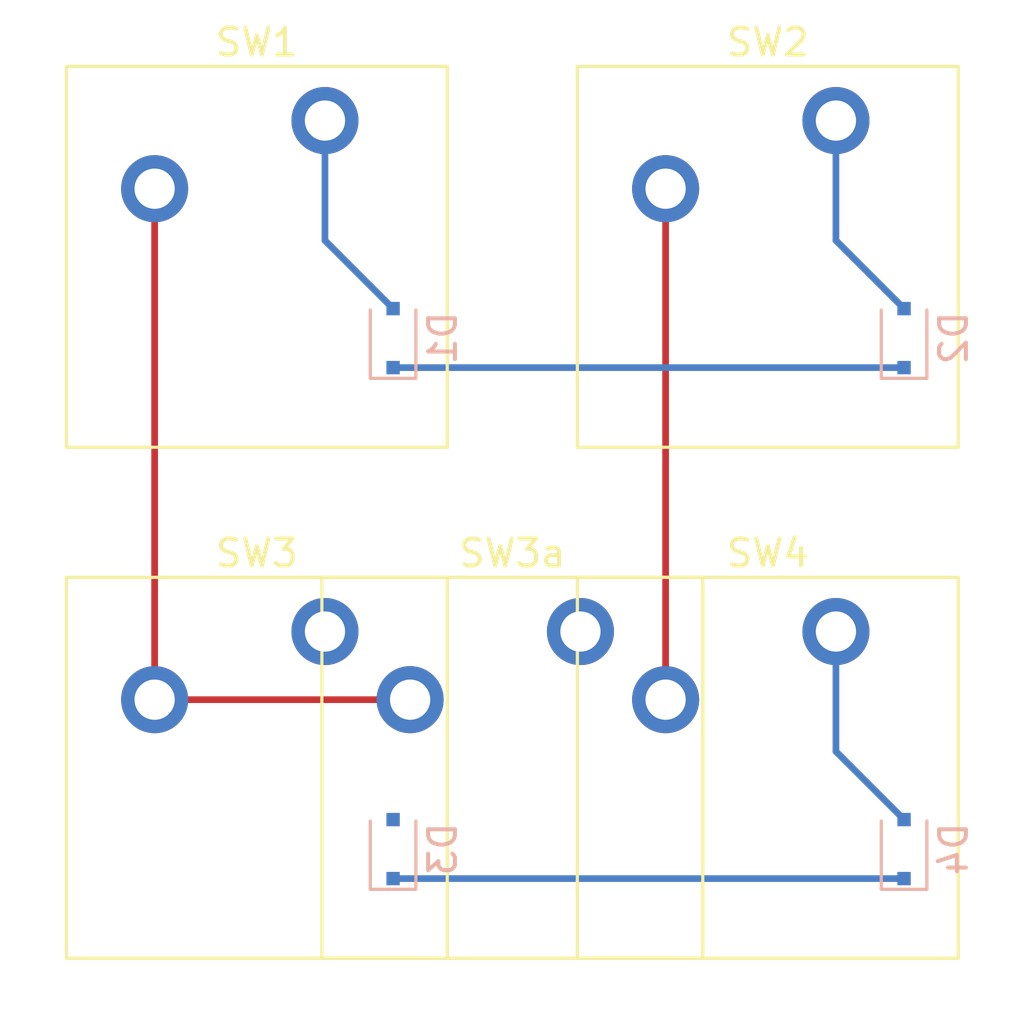
<source format=kicad_pcb>
(kicad_pcb (version 20211014) (generator pcbnew)
  (layers (0 "F.Cu" signal) (31 "B.Cu" signal) (34 "B.Paste" user) (35 "F.Paste" user) (36 "B.SilkS" user "B.Silkscreen") (37 "F.SilkS" user "F.Silkscreen") (38 "B.Mask" user) (39 "F.Mask" user) (44 "Edge.Cuts" user))
  (net 0 "")
  (net 1 "ROW0")
  (net 2 "N$1")
  (net 3 "N$2")
  (net 4 "ROW1")
  (net 5 "N$3")
  (net 6 "N$4")
  (net 7 "COL0")
  (net 8 "COL1")
  (footprint "examples:SW_Cherry_MX_PCB_1.00u" (layer "F.Cu") (at 38.1 38.1)
    (fp_text reference "SW1" (at 0 -8) (layer "F.SilkS"))
    (fp_text value "SW_Push")
    (fp_line (start -7.1 -7.1) (end -7.1 7.1) (layer "F.SilkS") (width 0.12))
    (fp_line (start 7.1 7.1) (end 7.1 -7.1) (layer "F.SilkS") (width 0.12))
    (fp_line (start 7.1 -7.1) (end -7.1 -7.1) (layer "F.SilkS") (width 0.12))
    (fp_line (start -7.1 7.1) (end 7.1 7.1) (layer "F.SilkS") (width 0.12))
    (pad "" np_thru_hole circle locked (at 0 0) (size 4 4) (drill 4) (layers *.Cu *.Mask))
    (pad "" np_thru_hole circle locked (at -5.08 0) (size 1.75 1.75) (drill 1.75) (layers *.Cu *.Mask))
    (pad "" np_thru_hole circle locked (at 5.08 0) (size 1.75 1.75) (drill 1.75) (layers *.Cu *.Mask))
    (pad "1" thru_hole circle locked (at -3.81 -2.54) (size 2.5 2.5) (drill 1.5) (layers *.Cu "B.Mask") (net 7 "COL0"))
    (pad "2" thru_hole circle locked (at 2.54 -5.08) (size 2.5 2.5) (drill 1.5) (layers *.Cu "B.Mask") (net 2 "N$1"))
  )
  (footprint "examples:SW_Cherry_MX_PCB_1.00u" (layer "F.Cu") (at 57.15 38.1)
    (fp_text reference "SW2" (at 0 -8) (layer "F.SilkS"))
    (fp_text value "SW_Push")
    (fp_line (start -7.1 -7.1) (end -7.1 7.1) (layer "F.SilkS") (width 0.12))
    (fp_line (start 7.1 -7.1) (end -7.1 -7.1) (layer "F.SilkS") (width 0.12))
    (fp_line (start -7.1 7.1) (end 7.1 7.1) (layer "F.SilkS") (width 0.12))
    (fp_line (start 7.1 7.1) (end 7.1 -7.1) (layer "F.SilkS") (width 0.12))
    (pad "" np_thru_hole circle locked (at -5.08 0) (size 1.75 1.75) (drill 1.75) (layers *.Cu *.Mask))
    (pad "" np_thru_hole circle locked (at 5.08 0) (size 1.75 1.75) (drill 1.75) (layers *.Cu *.Mask))
    (pad "" np_thru_hole circle locked (at 0 0) (size 4 4) (drill 4) (layers *.Cu *.Mask))
    (pad "1" thru_hole circle locked (at -3.81 -2.54) (size 2.5 2.5) (drill 1.5) (layers *.Cu "B.Mask") (net 8 "COL1"))
    (pad "2" thru_hole circle locked (at 2.54 -5.08) (size 2.5 2.5) (drill 1.5) (layers *.Cu "B.Mask") (net 3 "N$2"))
  )
  (footprint "examples:SW_Cherry_MX_PCB_1.00u" (layer "F.Cu") (at 38.1 57.15)
    (fp_text reference "SW3" (at 0 -8) (layer "F.SilkS"))
    (fp_text value "SW_Push")
    (fp_line (start 7.1 7.1) (end 7.1 -7.1) (layer "F.SilkS") (width 0.12))
    (fp_line (start -7.1 -7.1) (end -7.1 7.1) (layer "F.SilkS") (width 0.12))
    (fp_line (start 7.1 -7.1) (end -7.1 -7.1) (layer "F.SilkS") (width 0.12))
    (fp_line (start -7.1 7.1) (end 7.1 7.1) (layer "F.SilkS") (width 0.12))
    (pad "" np_thru_hole circle locked (at 0 0) (size 4 4) (drill 4) (layers *.Cu *.Mask))
    (pad "" np_thru_hole circle locked (at -5.08 0) (size 1.75 1.75) (drill 1.75) (layers *.Cu *.Mask))
    (pad "" np_thru_hole circle locked (at 5.08 0) (size 1.75 1.75) (drill 1.75) (layers *.Cu *.Mask))
    (pad "1" thru_hole circle locked (at -3.81 -2.54) (size 2.5 2.5) (drill 1.5) (layers *.Cu "B.Mask") (net 7 "COL0"))
    (pad "2" thru_hole circle locked (at 2.54 -5.08) (size 2.5 2.5) (drill 1.5) (layers *.Cu "B.Mask") (net 5 "N$3"))
  )
  (footprint "examples:SW_Cherry_MX_PCB_1.00u" (layer "F.Cu") (at 57.15 57.15)
    (fp_text reference "SW4" (at 0 -8) (layer "F.SilkS"))
    (fp_text value "SW_Push")
    (fp_line (start 7.1 -7.1) (end -7.1 -7.1) (layer "F.SilkS") (width 0.12))
    (fp_line (start 7.1 7.1) (end 7.1 -7.1) (layer "F.SilkS") (width 0.12))
    (fp_line (start -7.1 7.1) (end 7.1 7.1) (layer "F.SilkS") (width 0.12))
    (fp_line (start -7.1 -7.1) (end -7.1 7.1) (layer "F.SilkS") (width 0.12))
    (pad "" np_thru_hole circle locked (at -5.08 0) (size 1.75 1.75) (drill 1.75) (layers *.Cu *.Mask))
    (pad "" np_thru_hole circle locked (at 5.08 0) (size 1.75 1.75) (drill 1.75) (layers *.Cu *.Mask))
    (pad "" np_thru_hole circle locked (at 0 0) (size 4 4) (drill 4) (layers *.Cu *.Mask))
    (pad "1" thru_hole circle locked (at -3.81 -2.54) (size 2.5 2.5) (drill 1.5) (layers *.Cu "B.Mask") (net 8 "COL1"))
    (pad "2" thru_hole circle locked (at 2.54 -5.08) (size 2.5 2.5) (drill 1.5) (layers *.Cu "B.Mask") (net 6 "N$4"))
  )
  (footprint "examples:SW_Cherry_MX_PCB_1.00u" (layer "F.Cu") (at 47.625 57.15)
    (fp_text reference "SW3a" (at 0 -8) (layer "F.SilkS"))
    (fp_text value "SW_Push")
    (fp_line (start 7.1 7.1) (end 7.1 -7.1) (layer "F.SilkS") (width 0.12))
    (fp_line (start 7.1 -7.1) (end -7.1 -7.1) (layer "F.SilkS") (width 0.12))
    (fp_line (start -7.1 7.1) (end 7.1 7.1) (layer "F.SilkS") (width 0.12))
    (fp_line (start -7.1 -7.1) (end -7.1 7.1) (layer "F.SilkS") (width 0.12))
    (pad "" np_thru_hole circle locked (at -5.08 0) (size 1.75 1.75) (drill 1.75) (layers *.Cu *.Mask))
    (pad "" np_thru_hole circle locked (at 0 0) (size 4 4) (drill 4) (layers *.Cu *.Mask))
    (pad "" np_thru_hole circle locked (at 5.08 0) (size 1.75 1.75) (drill 1.75) (layers *.Cu *.Mask))
    (pad "1" thru_hole circle locked (at -3.81 -2.54) (size 2.5 2.5) (drill 1.5) (layers *.Cu "B.Mask") (net 7 "COL0"))
    (pad "2" thru_hole circle locked (at 2.54 -5.08) (size 2.5 2.5) (drill 1.5) (layers *.Cu "B.Mask") (net 5 "N$3"))
  )
  (footprint "Diode_SMD:D_SOD-323F" (layer "B.Cu") (at 43.18 41.13 90)
    (fp_text reference "D1" (at 0 1.85 270) (layer "B.SilkS") (effects (justify mirror)))
    (fp_text value "D")
    (fp_line (start -1.5 0.85) (end -1.5 -0.85) (layer "B.SilkS") (width 0.12))
    (fp_line (start -1.5 0.85) (end 1.05 0.85) (layer "B.SilkS") (width 0.12))
    (fp_line (start -1.5 -0.85) (end 1.05 -0.85) (layer "B.SilkS") (width 0.12))
    (pad "1" smd rect locked (at -1.1 0 90) (size 0.5 0.5) (layers "B.Cu" "B.Paste" "B.Mask") (net 1 "ROW0"))
    (pad "2" smd rect locked (at 1.1 0 90) (size 0.5 0.5) (layers "B.Cu" "B.Paste" "B.Mask") (net 2 "N$1"))
  )
  (footprint "Diode_SMD:D_SOD-323F" (layer "B.Cu") (at 62.23 41.13 90)
    (fp_text reference "D2" (at 0 1.85 270) (layer "B.SilkS") (effects (justify mirror)))
    (fp_text value "D")
    (fp_line (start -1.5 0.85) (end 1.05 0.85) (layer "B.SilkS") (width 0.12))
    (fp_line (start -1.5 -0.85) (end 1.05 -0.85) (layer "B.SilkS") (width 0.12))
    (fp_line (start -1.5 0.85) (end -1.5 -0.85) (layer "B.SilkS") (width 0.12))
    (pad "1" smd rect locked (at -1.1 0 90) (size 0.5 0.5) (layers "B.Cu" "B.Paste" "B.Mask") (net 1 "ROW0"))
    (pad "2" smd rect locked (at 1.1 0 90) (size 0.5 0.5) (layers "B.Cu" "B.Paste" "B.Mask") (net 3 "N$2"))
  )
  (footprint "Diode_SMD:D_SOD-323F" (layer "B.Cu") (at 43.18 60.18 90)
    (fp_text reference "D3" (at 0 1.85 270) (layer "B.SilkS") (effects (justify mirror)))
    (fp_text value "D")
    (fp_line (start -1.5 0.85) (end 1.05 0.85) (layer "B.SilkS") (width 0.12))
    (fp_line (start -1.5 0.85) (end -1.5 -0.85) (layer "B.SilkS") (width 0.12))
    (fp_line (start -1.5 -0.85) (end 1.05 -0.85) (layer "B.SilkS") (width 0.12))
    (pad "1" smd rect locked (at -1.1 0 90) (size 0.5 0.5) (layers "B.Cu" "B.Paste" "B.Mask") (net 4 "ROW1"))
    (pad "2" smd rect locked (at 1.1 0 90) (size 0.5 0.5) (layers "B.Cu" "B.Paste" "B.Mask") (net 5 "N$3"))
  )
  (footprint "Diode_SMD:D_SOD-323F" (layer "B.Cu") (at 62.23 60.18 90)
    (fp_text reference "D4" (at 0 1.85 270) (layer "B.SilkS") (effects (justify mirror)))
    (fp_text value "D")
    (fp_line (start -1.5 -0.85) (end 1.05 -0.85) (layer "B.SilkS") (width 0.12))
    (fp_line (start -1.5 0.85) (end 1.05 0.85) (layer "B.SilkS") (width 0.12))
    (fp_line (start -1.5 0.85) (end -1.5 -0.85) (layer "B.SilkS") (width 0.12))
    (pad "1" smd rect locked (at -1.1 0 90) (size 0.5 0.5) (layers "B.Cu" "B.Paste" "B.Mask") (net 4 "ROW1"))
    (pad "2" smd rect locked (at 1.1 0 90) (size 0.5 0.5) (layers "B.Cu" "B.Paste" "B.Mask") (net 6 "N$4"))
  )
  (segment (start 34.29 54.61) (end 43.815 54.61) (width 0.25) (layer "F.Cu") (net 0))
  (segment (start 43.18 42.23) (end 62.23 42.23) (width 0.25) (layer "B.Cu") (net 1))
  (segment (start 40.64 37.49) (end 43.18 40.03) (width 0.25) (layer "B.Cu") (net 2))
  (segment (start 40.64 33.02) (end 40.64 37.49) (width 0.25) (layer "B.Cu") (net 2))
  (segment (start 59.69 33.02) (end 59.69 37.49) (width 0.25) (layer "B.Cu") (net 3))
  (segment (start 59.69 37.49) (end 62.23 40.03) (width 0.25) (layer "B.Cu") (net 3))
  (segment (start 43.18 61.28) (end 62.23 61.28) (width 0.25) (layer "B.Cu") (net 4))
  (segment (start 59.69 56.54) (end 62.23 59.08) (width 0.25) (layer "B.Cu") (net 6))
  (segment (start 59.69 52.07) (end 59.69 56.54) (width 0.25) (layer "B.Cu") (net 6))
  (segment (start 34.29 35.56) (end 34.29 54.61) (width 0.25) (layer "F.Cu") (net 7))
  (segment (start 53.34 35.56) (end 53.34 54.61) (width 0.25) (layer "F.Cu") (net 8))
)
</source>
